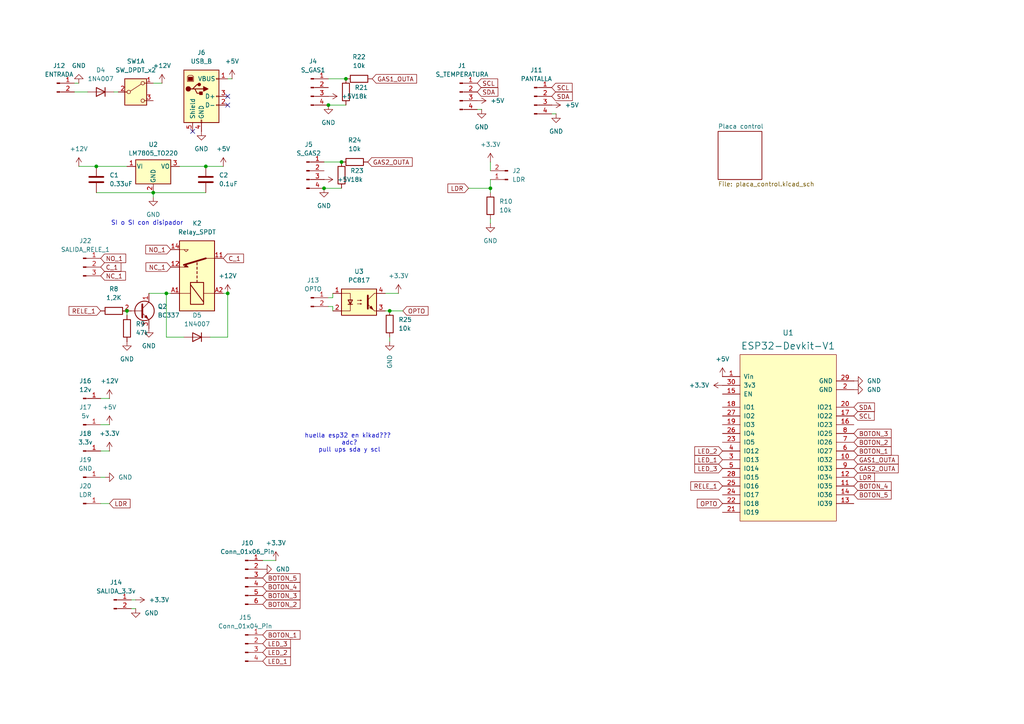
<source format=kicad_sch>
(kicad_sch (version 20250114) (generator "eeschema") (generator_version "9.0")
  (paper "A4")
  (lib_symbols
    (symbol "Connector:Conn_01x01_Pin" (pin_names (offset 1.016) (hide yes))
      (property "Reference" "J" (at 0 2.54 0))
      (property "Value" "Conn_01x01_Pin" (at 0 -2.54 0))
      (symbol "Conn_01x01_Pin_1_1"
        (rectangle (start 0.8636 0.127) (end 0 -0.127) (stroke (width 0.1524)) (fill (type outline)))
        (polyline (pts (xy 1.27 0) (xy 0.8636 0)) (stroke (width 0.1524)))
        (pin passive line (at 5.08 0 180) (length 3.81) (name "Pin_1") (number "1"))
      )
    )
    (symbol "Connector:Conn_01x02_Pin" (pin_names (offset 1.016) (hide yes))
      (property "Reference" "J" (at 0 2.54 0))
      (property "Value" "Conn_01x02_Pin" (at 0 -5.08 0))
      (symbol "Conn_01x02_Pin_1_1"
        (rectangle (start 0.8636 0.127) (end 0 -0.127) (stroke (width 0.1524)) (fill (type outline)))
        (rectangle (start 0.8636 -2.413) (end 0 -2.667) (stroke (width 0.1524)) (fill (type outline)))
        (polyline (pts (xy 1.27 0) (xy 0.8636 0)) (stroke (width 0.1524)))
        (polyline (pts (xy 1.27 -2.54) (xy 0.8636 -2.54)) (stroke (width 0.1524)))
        (pin passive line (at 5.08 0 180) (length 3.81) (name "Pin_1") (number "1"))
        (pin passive line (at 5.08 -2.54 180) (length 3.81) (name "Pin_2") (number "2"))
      )
    )
    (symbol "Connector:Conn_01x03_Pin" (pin_names (offset 1.016) (hide yes))
      (property "Reference" "J" (at 0 5.08 0))
      (property "Value" "Conn_01x03_Pin" (at 0 -5.08 0))
      (symbol "Conn_01x03_Pin_1_1"
        (rectangle (start 0.8636 2.667) (end 0 2.413) (stroke (width 0.1524)) (fill (type outline)))
        (rectangle (start 0.8636 0.127) (end 0 -0.127) (stroke (width 0.1524)) (fill (type outline)))
        (rectangle (start 0.8636 -2.413) (end 0 -2.667) (stroke (width 0.1524)) (fill (type outline)))
        (polyline (pts (xy 1.27 2.54) (xy 0.8636 2.54)) (stroke (width 0.1524)))
        (polyline (pts (xy 1.27 0) (xy 0.8636 0)) (stroke (width 0.1524)))
        (polyline (pts (xy 1.27 -2.54) (xy 0.8636 -2.54)) (stroke (width 0.1524)))
        (pin passive line (at 5.08 2.54 180) (length 3.81) (name "Pin_1") (number "1"))
        (pin passive line (at 5.08 0 180) (length 3.81) (name "Pin_2") (number "2"))
        (pin passive line (at 5.08 -2.54 180) (length 3.81) (name "Pin_3") (number "3"))
      )
    )
    (symbol "Connector:Conn_01x04_Pin" (pin_names (offset 1.016) (hide yes))
      (property "Reference" "J" (at 0 5.08 0))
      (property "Value" "Conn_01x04_Pin" (at 0 -7.62 0))
      (symbol "Conn_01x04_Pin_1_1"
        (rectangle (start 0.8636 2.667) (end 0 2.413) (stroke (width 0.1524)) (fill (type outline)))
        (rectangle (start 0.8636 0.127) (end 0 -0.127) (stroke (width 0.1524)) (fill (type outline)))
        (rectangle (start 0.8636 -2.413) (end 0 -2.667) (stroke (width 0.1524)) (fill (type outline)))
        (rectangle (start 0.8636 -4.953) (end 0 -5.207) (stroke (width 0.1524)) (fill (type outline)))
        (polyline (pts (xy 1.27 2.54) (xy 0.8636 2.54)) (stroke (width 0.1524)))
        (polyline (pts (xy 1.27 0) (xy 0.8636 0)) (stroke (width 0.1524)))
        (polyline (pts (xy 1.27 -2.54) (xy 0.8636 -2.54)) (stroke (width 0.1524)))
        (polyline (pts (xy 1.27 -5.08) (xy 0.8636 -5.08)) (stroke (width 0.1524)))
        (pin passive line (at 5.08 2.54 180) (length 3.81) (name "Pin_1") (number "1"))
        (pin passive line (at 5.08 0 180) (length 3.81) (name "Pin_2") (number "2"))
        (pin passive line (at 5.08 -2.54 180) (length 3.81) (name "Pin_3") (number "3"))
        (pin passive line (at 5.08 -5.08 180) (length 3.81) (name "Pin_4") (number "4"))
      )
    )
    (symbol "Connector:Conn_01x06_Pin" (pin_names (offset 1.016) (hide yes))
      (property "Reference" "J" (at 0 7.62 0))
      (property "Value" "Conn_01x06_Pin" (at 0 -10.16 0))
      (symbol "Conn_01x06_Pin_1_1"
        (rectangle (start 0.8636 5.207) (end 0 4.953) (stroke (width 0.1524)) (fill (type outline)))
        (rectangle (start 0.8636 2.667) (end 0 2.413) (stroke (width 0.1524)) (fill (type outline)))
        (rectangle (start 0.8636 0.127) (end 0 -0.127) (stroke (width 0.1524)) (fill (type outline)))
        (rectangle (start 0.8636 -2.413) (end 0 -2.667) (stroke (width 0.1524)) (fill (type outline)))
        (rectangle (start 0.8636 -4.953) (end 0 -5.207) (stroke (width 0.1524)) (fill (type outline)))
        (rectangle (start 0.8636 -7.493) (end 0 -7.747) (stroke (width 0.1524)) (fill (type outline)))
        (polyline (pts (xy 1.27 5.08) (xy 0.8636 5.08)) (stroke (width 0.1524)))
        (polyline (pts (xy 1.27 2.54) (xy 0.8636 2.54)) (stroke (width 0.1524)))
        (polyline (pts (xy 1.27 0) (xy 0.8636 0)) (stroke (width 0.1524)))
        (polyline (pts (xy 1.27 -2.54) (xy 0.8636 -2.54)) (stroke (width 0.1524)))
        (polyline (pts (xy 1.27 -5.08) (xy 0.8636 -5.08)) (stroke (width 0.1524)))
        (polyline (pts (xy 1.27 -7.62) (xy 0.8636 -7.62)) (stroke (width 0.1524)))
        (pin passive line (at 5.08 5.08 180) (length 3.81) (name "Pin_1") (number "1"))
        (pin passive line (at 5.08 2.54 180) (length 3.81) (name "Pin_2") (number "2"))
        (pin passive line (at 5.08 0 180) (length 3.81) (name "Pin_3") (number "3"))
        (pin passive line (at 5.08 -2.54 180) (length 3.81) (name "Pin_4") (number "4"))
        (pin passive line (at 5.08 -5.08 180) (length 3.81) (name "Pin_5") (number "5"))
        (pin passive line (at 5.08 -7.62 180) (length 3.81) (name "Pin_6") (number "6"))
      )
    )
    (symbol "Connector:USB_B" (pin_names (offset 1.016))
      (property "Reference" "J" (at -5.08 11.43 0))
      (property "Value" "USB_B" (at -5.08 8.89 0))
      (symbol "USB_B_0_1"
        (rectangle (start -5.08 -7.62) (end 5.08 7.62) (stroke (width 0.254)) (fill (type background)))
        (polyline (pts (xy -4.064 4.318) (xy -2.286 4.318) (xy -2.286 5.715) (xy -2.667 6.096) (xy -3.683 6.096) (xy -4.064 5.715) (xy -4.064 4.318)))
        (rectangle (start -3.81 5.588) (end -2.54 4.572) (fill (type outline)))
        (circle (center -3.81 2.159) (radius 0.635) (stroke (width 0.254)) (fill (type outline)))
        (polyline (pts (xy -3.175 2.159) (xy -2.54 2.159) (xy -1.27 3.429) (xy -0.635 3.429)) (stroke (width 0.254)))
        (polyline (pts (xy -2.54 2.159) (xy -1.905 2.159) (xy -1.27 0.889) (xy 0 0.889)) (stroke (width 0.254)))
        (polyline (pts (xy -1.905 2.159) (xy 0.635 2.159)) (stroke (width 0.254)))
        (circle (center -0.635 3.429) (radius 0.381) (stroke (width 0.254)) (fill (type outline)))
        (rectangle (start -0.127 -7.62) (end 0.127 -6.858))
        (rectangle (start 0.254 1.27) (end -0.508 0.508) (stroke (width 0.254)) (fill (type outline)))
        (polyline (pts (xy 0.635 2.794) (xy 0.635 1.524) (xy 1.905 2.159) (xy 0.635 2.794)) (stroke (width 0.254)) (fill (type outline)))
        (rectangle (start 5.08 4.953) (end 4.318 5.207))
        (rectangle (start 5.08 -0.127) (end 4.318 0.127))
        (rectangle (start 5.08 -2.667) (end 4.318 -2.413))
      )
      (symbol "USB_B_1_1"
        (pin passive line (at -2.54 -10.16 90) (length 2.54) (name "Shield") (number "5"))
        (pin power_out line (at 0 -10.16 90) (length 2.54) (name "GND") (number "4"))
        (pin power_out line (at 7.62 5.08 180) (length 2.54) (name "VBUS") (number "1"))
        (pin bidirectional line (at 7.62 0 180) (length 2.54) (name "D+") (number "3"))
        (pin bidirectional line (at 7.62 -2.54 180) (length 2.54) (name "D-") (number "2"))
      )
    )
    (symbol "Device:C" (pin_numbers (hide yes)) (pin_names (offset 0.254))
      (property "Reference" "C" (at 0.635 2.54 0))
      (property "Value" "C" (at 0.635 -2.54 0))
      (symbol "C_0_1"
        (polyline (pts (xy -2.032 0.762) (xy 2.032 0.762)) (stroke (width 0.508)))
        (polyline (pts (xy -2.032 -0.762) (xy 2.032 -0.762)) (stroke (width 0.508)))
      )
      (symbol "C_1_1"
        (pin passive line (at 0 3.81 270) (length 2.794) (name "~") (number "1"))
        (pin passive line (at 0 -3.81 90) (length 2.794) (name "~") (number "2"))
      )
    )
    (symbol "Device:R" (pin_numbers (hide yes)) (pin_names (offset 0))
      (property "Reference" "R" (at 2.032 0 90))
      (property "Value" "R" (at 0 0 90))
      (symbol "R_0_1"
        (rectangle (start -1.016 -2.54) (end 1.016 2.54) (stroke (width 0.254)))
      )
      (symbol "R_1_1"
        (pin passive line (at 0 3.81 270) (length 1.27) (name "~") (number "1"))
        (pin passive line (at 0 -3.81 90) (length 1.27) (name "~") (number "2"))
      )
    )
    (symbol "Diode:1N4007" (pin_numbers (hide yes)) (pin_names (hide yes))
      (property "Reference" "D" (at 0 2.54 0))
      (property "Value" "1N4007" (at 0 -2.54 0))
      (symbol "1N4007_0_1"
        (polyline (pts (xy -1.27 1.27) (xy -1.27 -1.27)) (stroke (width 0.254)))
        (polyline (pts (xy 1.27 1.27) (xy 1.27 -1.27) (xy -1.27 0) (xy 1.27 1.27)) (stroke (width 0.254)))
        (polyline (pts (xy 1.27 0) (xy -1.27 0)))
      )
      (symbol "1N4007_1_1"
        (pin passive line (at -3.81 0 0) (length 2.54) (name "K") (number "1"))
        (pin passive line (at 3.81 0 180) (length 2.54) (name "A") (number "2"))
      )
    )
    (symbol "Isolator:PC817" (pin_names (offset 1.016))
      (property "Reference" "U" (at -5.08 5.08 0))
      (property "Value" "PC817" (at 0 5.08 0))
      (symbol "PC817_0_1"
        (rectangle (start -5.08 3.81) (end 5.08 -3.81) (stroke (width 0.254)) (fill (type background)))
        (polyline (pts (xy -5.08 2.54) (xy -2.54 2.54) (xy -2.54 -0.635)))
        (polyline (pts (xy -3.175 -0.635) (xy -1.905 -0.635)) (stroke (width 0.254)))
        (polyline (pts (xy -2.54 -0.635) (xy -2.54 -2.54) (xy -5.08 -2.54)))
        (polyline (pts (xy -2.54 -0.635) (xy -3.175 0.635) (xy -1.905 0.635) (xy -2.54 -0.635)) (stroke (width 0.254)))
        (polyline (pts (xy -0.508 0.508) (xy 0.762 0.508) (xy 0.381 0.381) (xy 0.381 0.635) (xy 0.762 0.508)))
        (polyline (pts (xy -0.508 -0.508) (xy 0.762 -0.508) (xy 0.381 -0.635) (xy 0.381 -0.381) (xy 0.762 -0.508)))
        (polyline (pts (xy 2.54 1.905) (xy 2.54 -1.905) (xy 2.54 -1.905)) (stroke (width 0.508)))
        (polyline (pts (xy 2.54 0.635) (xy 4.445 2.54)))
        (polyline (pts (xy 3.048 -1.651) (xy 3.556 -1.143) (xy 4.064 -2.159) (xy 3.048 -1.651) (xy 3.048 -1.651)) (fill (type outline)))
        (polyline (pts (xy 4.445 2.54) (xy 5.08 2.54)))
        (polyline (pts (xy 4.445 -2.54) (xy 2.54 -0.635)) (fill (type outline)))
        (polyline (pts (xy 4.445 -2.54) (xy 5.08 -2.54)))
      )
      (symbol "PC817_1_1"
        (pin passive line (at -7.62 2.54 0) (length 2.54) (name "~") (number "1"))
        (pin passive line (at -7.62 -2.54 0) (length 2.54) (name "~") (number "2"))
        (pin passive line (at 7.62 2.54 180) (length 2.54) (name "~") (number "4"))
        (pin passive line (at 7.62 -2.54 180) (length 2.54) (name "~") (number "3"))
      )
    )
    (symbol "Regulator_Linear:LM7805_TO220" (pin_names (offset 0.254))
      (property "Reference" "U" (at -3.81 3.175 0))
      (property "Value" "LM7805_TO220" (at 0 3.175 0))
      (symbol "LM7805_TO220_0_1"
        (rectangle (start -5.08 1.905) (end 5.08 -5.08) (stroke (width 0.254)) (fill (type background)))
      )
      (symbol "LM7805_TO220_1_1"
        (pin power_in line (at -7.62 0 0) (length 2.54) (name "VI") (number "1"))
        (pin power_in line (at 0 -7.62 90) (length 2.54) (name "GND") (number "2"))
        (pin power_out line (at 7.62 0 180) (length 2.54) (name "VO") (number "3"))
      )
    )
    (symbol "Relay:Relay_SPDT"
      (property "Reference" "K" (at 11.43 3.81 0))
      (property "Value" "Relay_SPDT" (at 11.43 1.27 0))
      (symbol "Relay_SPDT_0_0"
        (polyline (pts (xy 7.62 5.08) (xy 7.62 2.54) (xy 6.985 3.175) (xy 7.62 3.81)))
      )
      (symbol "Relay_SPDT_0_1"
        (rectangle (start -10.16 5.08) (end 10.16 -5.08) (stroke (width 0.254)) (fill (type background)))
        (rectangle (start -8.255 1.905) (end -1.905 -1.905) (stroke (width 0.254)))
        (polyline (pts (xy -7.62 -1.905) (xy -2.54 1.905)) (stroke (width 0.254)))
        (polyline (pts (xy -5.08 5.08) (xy -5.08 1.905)))
        (polyline (pts (xy -5.08 -5.08) (xy -5.08 -1.905)))
        (polyline (pts (xy -1.905 0) (xy -1.27 0)) (stroke (width 0.254)))
        (polyline (pts (xy -0.635 0) (xy 0 0)) (stroke (width 0.254)))
        (polyline (pts (xy 0.635 0) (xy 1.27 0)) (stroke (width 0.254)))
        (polyline (pts (xy 1.905 0) (xy 2.54 0)) (stroke (width 0.254)))
        (polyline (pts (xy 2.54 5.08) (xy 2.54 2.54) (xy 3.175 3.175) (xy 2.54 3.81)) (fill (type outline)))
        (polyline (pts (xy 3.175 0) (xy 3.81 0)) (stroke (width 0.254)))
        (polyline (pts (xy 5.08 -2.54) (xy 3.175 3.81)) (stroke (width 0.508)))
        (polyline (pts (xy 5.08 -2.54) (xy 5.08 -5.08)))
      )
      (symbol "Relay_SPDT_1_1"
        (pin passive line (at -5.08 7.62 270) (length 2.54) (name "~") (number "A1"))
        (pin passive line (at -5.08 -7.62 90) (length 2.54) (name "~") (number "A2"))
        (pin passive line (at 2.54 7.62 270) (length 2.54) (name "~") (number "12"))
        (pin passive line (at 5.08 -7.62 90) (length 2.54) (name "~") (number "11"))
        (pin passive line (at 7.62 7.62 270) (length 2.54) (name "~") (number "14"))
      )
    )
    (symbol "Switch:SW_DPDT_x2" (pin_names (offset 0) (hide yes))
      (property "Reference" "SW" (at 0 5.08 0))
      (property "Value" "SW_DPDT_x2" (at 0 -5.08 0))
      (symbol "SW_DPDT_x2_0_0"
        (circle (center -2.032 0) (radius 0.508))
        (circle (center 2.032 -2.54) (radius 0.508))
      )
      (symbol "SW_DPDT_x2_0_1"
        (rectangle (start -3.175 3.81) (end 3.175 -3.81) (stroke (width 0.254)) (fill (type background)))
        (polyline (pts (xy -1.524 0.254) (xy 1.5748 2.286)))
        (circle (center 2.032 2.54) (radius 0.508))
      )
      (symbol "SW_DPDT_x2_1_1"
        (pin passive line (at -5.08 0 0) (length 2.54) (name "B") (number "2"))
        (pin passive line (at 5.08 2.54 180) (length 2.54) (name "A") (number "1"))
        (pin passive line (at 5.08 -2.54 180) (length 2.54) (name "C") (number "3"))
      )
      (symbol "SW_DPDT_x2_2_1"
        (pin passive line (at -5.08 0 0) (length 2.54) (name "B") (number "5"))
        (pin passive line (at 5.08 2.54 180) (length 2.54) (name "A") (number "4"))
        (pin passive line (at 5.08 -2.54 180) (length 2.54) (name "C") (number "6"))
      )
    )
    (symbol "Transistor_BJT:BC337" (pin_names (offset 0) (hide yes))
      (property "Reference" "Q" (at 5.08 1.905 0))
      (property "Value" "BC337" (at 5.08 0 0))
      (symbol "BC337_0_1"
        (polyline (pts (xy -2.54 0) (xy 0.635 0)))
        (polyline (pts (xy 0.635 1.905) (xy 0.635 -1.905)) (stroke (width 0.508)))
        (circle (center 1.27 0) (radius 2.8194) (stroke (width 0.254)))
      )
      (symbol "BC337_1_1"
        (polyline (pts (xy 0.635 0.635) (xy 2.54 2.54)))
        (polyline (pts (xy 0.635 -0.635) (xy 2.54 -2.54)))
        (polyline (pts (xy 1.27 -1.778) (xy 1.778 -1.27) (xy 2.286 -2.286) (xy 1.27 -1.778)) (fill (type outline)))
        (pin input line (at -5.08 0 0) (length 2.54) (name "B") (number "2"))
        (pin passive line (at 2.54 5.08 270) (length 2.54) (name "C") (number "1"))
        (pin passive line (at 2.54 -5.08 90) (length 2.54) (name "E") (number "3"))
      )
    )
    (symbol "esp32-devkit-v1:ESP32-Devkit-V1" (pin_names (offset 1.016))
      (property "Reference" "U" (at 13.97 -21.59 0))
      (property "Value" "ESP32-Devkit-V1" (at 13.97 -2.54 0))
      (symbol "ESP32-Devkit-V1_0_1"
        (rectangle (start 0 0) (end 27.94 -48.26) (fill (type background)))
      )
      (symbol "ESP32-Devkit-V1_1_1"
        (pin power_in line (at -5.08 -6.35 0) (length 5.08) (name "Vin") (number "1"))
        (pin power_out line (at -5.08 -8.89 0) (length 5.08) (name "3v3") (number "30"))
        (pin input line (at -5.08 -11.43 0) (length 5.08) (name "EN") (number "15"))
        (pin bidirectional line (at -5.08 -15.24 0) (length 5.08) (name "IO1") (number "18"))
        (pin bidirectional line (at -5.08 -17.78 0) (length 5.08) (name "IO2") (number "27"))
        (pin bidirectional line (at -5.08 -20.32 0) (length 5.08) (name "IO3") (number "19"))
        (pin bidirectional line (at -5.08 -22.86 0) (length 5.08) (name "IO4") (number "26"))
        (pin bidirectional line (at -5.08 -25.4 0) (length 5.08) (name "IO5") (number "23"))
        (pin bidirectional line (at -5.08 -27.94 0) (length 5.08) (name "IO12") (number "4"))
        (pin bidirectional line (at -5.08 -30.48 0) (length 5.08) (name "IO13") (number "3"))
        (pin bidirectional line (at -5.08 -33.02 0) (length 5.08) (name "IO14") (number "5"))
        (pin bidirectional line (at -5.08 -35.56 0) (length 5.08) (name "IO15") (number "28"))
        (pin bidirectional line (at -5.08 -38.1 0) (length 5.08) (name "IO16") (number "25"))
        (pin bidirectional line (at -5.08 -40.64 0) (length 5.08) (name "IO17") (number "24"))
        (pin bidirectional line (at -5.08 -43.18 0) (length 5.08) (name "IO18") (number "22"))
        (pin bidirectional line (at -5.08 -45.72 0) (length 5.08) (name "IO19") (number "21"))
        (pin power_out line (at 33.02 -7.62 180) (length 5.08) (name "GND") (number "29"))
        (pin power_out line (at 33.02 -10.16 180) (length 5.08) (name "GND") (number "2"))
        (pin bidirectional line (at 33.02 -15.24 180) (length 5.08) (name "IO21") (number "20"))
        (pin bidirectional line (at 33.02 -17.78 180) (length 5.08) (name "IO22") (number "17"))
        (pin bidirectional line (at 33.02 -20.32 180) (length 5.08) (name "IO23") (number "16"))
        (pin bidirectional line (at 33.02 -22.86 180) (length 5.08) (name "IO25") (number "8"))
        (pin bidirectional line (at 33.02 -25.4 180) (length 5.08) (name "IO26") (number "7"))
        (pin bidirectional line (at 33.02 -27.94 180) (length 5.08) (name "IO27") (number "6"))
        (pin bidirectional line (at 33.02 -30.48 180) (length 5.08) (name "IO32") (number "10"))
        (pin bidirectional line (at 33.02 -33.02 180) (length 5.08) (name "IO33") (number "9"))
        (pin bidirectional line (at 33.02 -35.56 180) (length 5.08) (name "IO34") (number "12"))
        (pin bidirectional line (at 33.02 -38.1 180) (length 5.08) (name "IO35") (number "11"))
        (pin bidirectional line (at 33.02 -40.64 180) (length 5.08) (name "IO36") (number "14"))
        (pin bidirectional line (at 33.02 -43.18 180) (length 5.08) (name "IO39") (number "13"))
      )
    )
    (symbol "power:+12V" (power) (pin_numbers (hide yes)) (pin_names (offset 0) (hide yes))
      (property "Value" "+12V" (at 0 3.556 0))
      (symbol "+12V_0_1"
        (polyline (pts (xy -0.762 1.27) (xy 0 2.54)))
        (polyline (pts (xy 0 2.54) (xy 0.762 1.27)))
        (polyline (pts (xy 0 0) (xy 0 2.54)))
      )
      (symbol "+12V_1_1"
        (pin power_in line (at 0 0 90) (length 0) (name "~") (number "1"))
      )
    )
    (symbol "power:+3.3V" (power) (pin_numbers (hide yes)) (pin_names (offset 0) (hide yes))
      (property "Value" "+3.3V" (at 0 3.556 0))
      (symbol "+3.3V_0_1"
        (polyline (pts (xy -0.762 1.27) (xy 0 2.54)))
        (polyline (pts (xy 0 2.54) (xy 0.762 1.27)))
        (polyline (pts (xy 0 0) (xy 0 2.54)))
      )
      (symbol "+3.3V_1_1"
        (pin power_in line (at 0 0 90) (length 0) (name "~") (number "1"))
      )
    )
    (symbol "power:+5V" (power) (pin_numbers (hide yes)) (pin_names (offset 0) (hide yes))
      (property "Value" "+5V" (at 0 3.556 0))
      (symbol "+5V_0_1"
        (polyline (pts (xy -0.762 1.27) (xy 0 2.54)))
        (polyline (pts (xy 0 2.54) (xy 0.762 1.27)))
        (polyline (pts (xy 0 0) (xy 0 2.54)))
      )
      (symbol "+5V_1_1"
        (pin power_in line (at 0 0 90) (length 0) (name "~") (number "1"))
      )
    )
    (symbol "power:GND" (power) (pin_numbers (hide yes)) (pin_names (offset 0) (hide yes))
      (property "Value" "GND" (at 0 -3.81 0))
      (symbol "GND_0_1"
        (polyline (pts (xy 0 0) (xy 0 -1.27) (xy 1.27 -1.27) (xy 0 -2.54) (xy -1.27 -1.27) (xy 0 -1.27)))
      )
      (symbol "GND_1_1"
        (pin power_in line (at 0 0 270) (length 0) (name "~") (number "1"))
      )
    )
  )
  (text "huella esp32 en kikad??? \nadc?\npull ups sda y scl\n" (at 101.346 128.524 0) (effects (font (size 1.27 1.27))))
  (text "SI o SI con disipador\n" (at 42.672 64.77 0) (effects (font (size 1.27 1.27))))
  (junction (at 27.94 48.26))
  (junction (at 113.03 90.17))
  (junction (at 66.04 85.09))
  (junction (at 99.06 46.99))
  (junction (at 93.98 54.61))
  (junction (at 36.83 90.17))
  (junction (at 95.25 30.48))
  (junction (at 44.45 55.88))
  (junction (at 100.33 22.86))
  (junction (at 142.24 54.61))
  (junction (at 59.69 48.26))
  (junction (at 48.26 85.09))
  (no_connect (at 66.04 27.94))
  (no_connect (at 66.04 30.48))
  (no_connect (at 55.88 38.1))
  (wire (pts (xy 139.7 31.75) (xy 138.43 31.75)))
  (wire (pts (xy 39.37 176.53) (xy 38.1 176.53)))
  (wire (pts (xy 96.52 86.36) (xy 96.52 85.09)))
  (wire (pts (xy 59.69 48.26) (xy 52.07 48.26)))
  (wire (pts (xy 21.59 26.67) (xy 25.4 26.67)))
  (wire (pts (xy 96.52 88.9) (xy 96.52 90.17)))
  (wire (pts (xy 43.18 85.09) (xy 48.26 85.09)))
  (wire (pts (xy 95.25 30.48) (xy 100.33 30.48)))
  (wire (pts (xy 66.04 85.09) (xy 66.04 97.79)))
  (wire (pts (xy 67.31 22.86) (xy 66.04 22.86)))
  (wire (pts (xy 113.03 90.17) (xy 116.84 90.17)))
  (wire (pts (xy 27.94 55.88) (xy 44.45 55.88)))
  (wire (pts (xy 95.25 88.9) (xy 96.52 88.9)))
  (wire (pts (xy 135.89 54.61) (xy 142.24 54.61)))
  (wire (pts (xy 22.86 48.26) (xy 27.94 48.26)))
  (wire (pts (xy 44.45 57.15) (xy 44.45 55.88)))
  (wire (pts (xy 142.24 54.61) (xy 142.24 55.88)))
  (wire (pts (xy 35.56 90.17) (xy 36.83 90.17)))
  (wire (pts (xy 64.77 48.26) (xy 59.69 48.26)))
  (wire (pts (xy 142.24 64.77) (xy 142.24 63.5)))
  (wire (pts (xy 34.29 26.67) (xy 33.02 26.67)))
  (wire (pts (xy 48.26 97.79) (xy 48.26 85.09)))
  (wire (pts (xy 53.34 97.79) (xy 48.26 97.79)))
  (wire (pts (xy 111.76 90.17) (xy 113.03 90.17)))
  (wire (pts (xy 27.94 48.26) (xy 36.83 48.26)))
  (wire (pts (xy 46.99 24.13) (xy 44.45 24.13)))
  (wire (pts (xy 95.25 22.86) (xy 100.33 22.86)))
  (wire (pts (xy 22.86 24.13) (xy 21.59 24.13)))
  (wire (pts (xy 44.45 55.88) (xy 59.69 55.88)))
  (wire (pts (xy 142.24 46.99) (xy 142.24 49.53)))
  (wire (pts (xy 161.29 33.02) (xy 160.02 33.02)))
  (wire (pts (xy 39.37 173.99) (xy 38.1 173.99)))
  (wire (pts (xy 93.98 54.61) (xy 99.06 54.61)))
  (wire (pts (xy 36.83 91.44) (xy 36.83 90.17)))
  (wire (pts (xy 115.57 85.09) (xy 111.76 85.09)))
  (wire (pts (xy 76.2 162.56) (xy 80.01 162.56)))
  (wire (pts (xy 95.25 86.36) (xy 96.52 86.36)))
  (wire (pts (xy 66.04 97.79) (xy 60.96 97.79)))
  (wire (pts (xy 93.98 46.99) (xy 99.06 46.99)))
  (wire (pts (xy 30.48 138.43) (xy 29.21 138.43)))
  (wire (pts (xy 31.75 146.05) (xy 29.21 146.05)))
  (wire (pts (xy 113.03 97.79) (xy 113.03 99.06)))
  (wire (pts (xy 66.04 85.09) (xy 64.77 85.09)))
  (wire (pts (xy 31.75 123.19) (xy 29.21 123.19)))
  (wire (pts (xy 31.75 130.81) (xy 29.21 130.81)))
  (wire (pts (xy 31.75 115.57) (xy 29.21 115.57)))
  (wire (pts (xy 48.26 85.09) (xy 49.53 85.09)))
  (wire (pts (xy 142.24 52.07) (xy 142.24 54.61)))
  (global_label "SCL" (shape input) (at 247.65 120.65 0) (property "Intersheetrefs" "${INTERSHEET_REFS}" (effects (hide yes))))
  (global_label "BOTON_5" (shape input) (at 76.2 167.64 0) (property "Intersheetrefs" "${INTERSHEET_REFS}" (effects (hide yes))))
  (global_label "BOTON_3" (shape input) (at 247.65 125.73 0) (property "Intersheetrefs" "${INTERSHEET_REFS}" (effects (hide yes))))
  (global_label "OPTO" (shape input) (at 116.84 90.17 0) (property "Intersheetrefs" "${INTERSHEET_REFS}" (effects (hide yes))))
  (global_label "SCL" (shape input) (at 160.02 25.4 0) (property "Intersheetrefs" "${INTERSHEET_REFS}" (effects (hide yes))))
  (global_label "NC_1" (shape input) (at 49.53 77.47 180) (property "Intersheetrefs" "${INTERSHEET_REFS}" (effects (hide yes))))
  (global_label "SDA" (shape input) (at 160.02 27.94 0) (property "Intersheetrefs" "${INTERSHEET_REFS}" (effects (hide yes))))
  (global_label "NO_1" (shape input) (at 49.53 72.39 180) (property "Intersheetrefs" "${INTERSHEET_REFS}" (effects (hide yes))))
  (global_label "LDR" (shape input) (at 247.65 138.43 0) (property "Intersheetrefs" "${INTERSHEET_REFS}" (effects (hide yes))))
  (global_label "LED_1" (shape input) (at 209.55 133.35 180) (property "Intersheetrefs" "${INTERSHEET_REFS}" (effects (hide yes))))
  (global_label "GAS2_OUTA" (shape input) (at 106.68 46.99 0) (property "Intersheetrefs" "${INTERSHEET_REFS}" (effects (hide yes))))
  (global_label "C_1" (shape input) (at 64.77 74.93 0) (property "Intersheetrefs" "${INTERSHEET_REFS}" (effects (hide yes))))
  (global_label "BOTON_3" (shape input) (at 76.2 172.72 0) (property "Intersheetrefs" "${INTERSHEET_REFS}" (effects (hide yes))))
  (global_label "SDA" (shape input) (at 138.43 26.67 0) (property "Intersheetrefs" "${INTERSHEET_REFS}" (effects (hide yes))))
  (global_label "BOTON_2" (shape input) (at 76.2 175.26 0) (property "Intersheetrefs" "${INTERSHEET_REFS}" (effects (hide yes))))
  (global_label "GAS1_OUTA" (shape input) (at 107.95 22.86 0) (property "Intersheetrefs" "${INTERSHEET_REFS}" (effects (hide yes))))
  (global_label "BOTON_1" (shape input) (at 247.65 130.81 0) (property "Intersheetrefs" "${INTERSHEET_REFS}" (effects (hide yes))))
  (global_label "LED_1" (shape input) (at 76.2 191.77 0) (property "Intersheetrefs" "${INTERSHEET_REFS}" (effects (hide yes))))
  (global_label "BOTON_2" (shape input) (at 247.65 128.27 0) (property "Intersheetrefs" "${INTERSHEET_REFS}" (effects (hide yes))))
  (global_label "C_1" (shape input) (at 29.21 77.47 0) (property "Intersheetrefs" "${INTERSHEET_REFS}" (effects (hide yes))))
  (global_label "LED_2" (shape input) (at 209.55 130.81 180) (property "Intersheetrefs" "${INTERSHEET_REFS}" (effects (hide yes))))
  (global_label "LED_2" (shape input) (at 76.2 189.23 0) (property "Intersheetrefs" "${INTERSHEET_REFS}" (effects (hide yes))))
  (global_label "LED_3" (shape input) (at 209.55 135.89 180) (property "Intersheetrefs" "${INTERSHEET_REFS}" (effects (hide yes))))
  (global_label "BOTON_4" (shape input) (at 247.65 140.97 0) (property "Intersheetrefs" "${INTERSHEET_REFS}" (effects (hide yes))))
  (global_label "GAS1_OUTA" (shape input) (at 247.65 133.35 0) (property "Intersheetrefs" "${INTERSHEET_REFS}" (effects (hide yes))))
  (global_label "SDA" (shape input) (at 247.65 118.11 0) (property "Intersheetrefs" "${INTERSHEET_REFS}" (effects (hide yes))))
  (global_label "NO_1" (shape input) (at 29.21 74.93 0) (property "Intersheetrefs" "${INTERSHEET_REFS}" (effects (hide yes))))
  (global_label "LED_3" (shape input) (at 76.2 186.69 0) (property "Intersheetrefs" "${INTERSHEET_REFS}" (effects (hide yes))))
  (global_label "BOTON_4" (shape input) (at 76.2 170.18 0) (property "Intersheetrefs" "${INTERSHEET_REFS}" (effects (hide yes))))
  (global_label "OPTO" (shape input) (at 209.55 146.05 180) (property "Intersheetrefs" "${INTERSHEET_REFS}" (effects (hide yes))))
  (global_label "LDR" (shape input) (at 135.89 54.61 180) (property "Intersheetrefs" "${INTERSHEET_REFS}" (effects (hide yes))))
  (global_label "SCL" (shape input) (at 138.43 24.13 0) (property "Intersheetrefs" "${INTERSHEET_REFS}" (effects (hide yes))))
  (global_label "BOTON_5" (shape input) (at 247.65 143.51 0) (property "Intersheetrefs" "${INTERSHEET_REFS}" (effects (hide yes))))
  (global_label "GAS2_OUTA" (shape input) (at 247.65 135.89 0) (property "Intersheetrefs" "${INTERSHEET_REFS}" (effects (hide yes))))
  (global_label "BOTON_1" (shape input) (at 76.2 184.15 0) (property "Intersheetrefs" "${INTERSHEET_REFS}" (effects (hide yes))))
  (global_label "RELE_1" (shape input) (at 209.55 140.97 180) (property "Intersheetrefs" "${INTERSHEET_REFS}" (effects (hide yes))))
  (global_label "NC_1" (shape input) (at 29.21 80.01 0) (property "Intersheetrefs" "${INTERSHEET_REFS}" (effects (hide yes))))
  (global_label "LDR" (shape input) (at 31.75 146.05 0) (property "Intersheetrefs" "${INTERSHEET_REFS}" (effects (hide yes))))
  (global_label "RELE_1" (shape input) (at 29.21 90.17 180) (property "Intersheetrefs" "${INTERSHEET_REFS}" (effects (hide yes))))
  (symbol (lib_id "power:+5V") (at 138.43 29.21 270) (unit 1)
    (property "Reference" "#PWR061" (effects (hide yes)))
    (property "Value" "+5V" (at 142.24 29.2099 90) (effects (justify left)))
    (property "Description" "Power symbol creates a global label with name \"+5V\"" (effects (hide yes)))
  )
  (symbol (lib_id "Connector:Conn_01x03_Pin") (at 24.13 77.47 0) (unit 1)
    (property "Reference" "J22" (at 24.765 69.85 0))
    (property "Value" "SALIDA_RELE_1" (at 24.765 72.39 0))
    (property "Footprint" "TerminalBlock:TerminalBlock_MaiXu_MX126-5.0-03P_1x03_P5.00mm" (effects (hide yes)))
    (property "Description" "Generic connector, single row, 01x03, script generated" (effects (hide yes)))
  )
  (symbol (lib_id "power:+5V") (at 95.25 27.94 270) (unit 1)
    (property "Reference" "#PWR037" (effects (hide yes)))
    (property "Value" "+5V" (at 99.06 27.9399 90) (effects (justify left)))
    (property "Description" "Power symbol creates a global label with name \"+5V\"" (effects (hide yes)))
  )
  (symbol (lib_id "Connector:Conn_01x04_Pin") (at 88.9 49.53 0) (unit 1)
    (property "Reference" "J5" (at 89.535 41.91 0))
    (property "Value" "S_GAS2" (at 89.535 44.45 0))
    (property "Footprint" "Connector_Molex:Molex_KK-254_AE-6410-04A_1x04_P2.54mm_Vertical" (effects (hide yes)))
    (property "Description" "Generic connector, single row, 01x04, script generated" (effects (hide yes)))
  )
  (symbol (lib_id "power:GND") (at 93.98 54.61 0) (unit 1)
    (property "Reference" "#PWR060" (effects (hide yes)))
    (property "Value" "GND" (at 93.98 59.69 0))
    (property "Description" "Power symbol creates a global label with name \"GND\" , ground" (effects (hide yes)))
  )
  (symbol (lib_id "power:GND") (at 161.29 33.02 0) (unit 1)
    (property "Reference" "#PWR020" (effects (hide yes)))
    (property "Value" "GND" (at 161.29 38.1 0))
    (property "Description" "Power symbol creates a global label with name \"GND\" , ground" (effects (hide yes)))
  )
  (symbol (lib_id "Device:C") (at 27.94 52.07 0) (unit 1)
    (property "Reference" "C1" (at 31.75 50.7999 0) (effects (justify left)))
    (property "Value" "0.33uF" (at 31.75 53.3399 0) (effects (justify left)))
    (property "Footprint" "Capacitor_THT:C_Disc_D3.8mm_W2.6mm_P2.50mm" (effects (hide yes)))
    (property "Description" "Unpolarized capacitor" (effects (hide yes)))
  )
  (symbol (lib_id "Connector:Conn_01x02_Pin") (at 147.32 52.07 180) (unit 1)
    (property "Reference" "J2" (at 148.59 49.5299 0) (effects (justify right)))
    (property "Value" "LDR" (at 148.59 52.0699 0) (effects (justify right)))
    (property "Footprint" "Connector_Molex:Molex_KK-254_AE-6410-02A_1x02_P2.54mm_Vertical" (effects (hide yes)))
    (property "Description" "Generic connector, single row, 01x02, script generated" (effects (hide yes)))
  )
  (symbol (lib_id "Device:R") (at 99.06 50.8 0) (unit 1)
    (property "Reference" "R23" (at 101.6 49.5299 0) (effects (justify left)))
    (property "Value" "18k" (at 101.6 52.0699 0) (effects (justify left)))
    (property "Footprint" "Resistor_THT:R_Axial_DIN0207_L6.3mm_D2.5mm_P7.62mm_Horizontal" (effects (hide yes)))
    (property "Description" "Resistor" (effects (hide yes)))
  )
  (symbol (lib_id "power:+5V") (at 160.02 30.48 270) (unit 1)
    (property "Reference" "#PWR052" (effects (hide yes)))
    (property "Value" "+5V" (at 163.83 30.4799 90) (effects (justify left)))
    (property "Description" "Power symbol creates a global label with name \"+5V\"" (effects (hide yes)))
  )
  (symbol (lib_id "Connector:Conn_01x04_Pin") (at 133.35 26.67 0) (unit 1)
    (property "Reference" "J1" (at 133.985 19.05 0))
    (property "Value" "S_TEMPERATURA" (at 133.985 21.59 0))
    (property "Footprint" "Connector_Molex:Molex_KK-254_AE-6410-04A_1x04_P2.54mm_Vertical" (effects (hide yes)))
    (property "Description" "Generic connector, single row, 01x04, script generated" (effects (hide yes)))
  )
  (symbol (lib_id "Device:R") (at 113.03 93.98 0) (unit 1)
    (property "Reference" "R25" (at 115.57 92.7099 0) (effects (justify left)))
    (property "Value" "10k" (at 115.57 95.2499 0) (effects (justify left)))
    (property "Footprint" "Resistor_THT:R_Axial_DIN0207_L6.3mm_D2.5mm_P7.62mm_Horizontal" (effects (hide yes)))
    (property "Description" "Resistor" (effects (hide yes)))
  )
  (symbol (lib_id "Device:C") (at 59.69 52.07 0) (unit 1)
    (property "Reference" "C2" (at 63.5 50.7999 0) (effects (justify left)))
    (property "Value" "0.1uF" (at 63.5 53.3399 0) (effects (justify left)))
    (property "Footprint" "Capacitor_THT:C_Disc_D3.8mm_W2.6mm_P2.50mm" (effects (hide yes)))
    (property "Description" "Unpolarized capacitor" (effects (hide yes)))
  )
  (symbol (lib_id "power:GND") (at 247.65 113.03 90) (unit 1)
    (property "Reference" "#PWR053" (effects (hide yes)))
    (property "Value" "GND" (at 251.46 113.0299 90) (effects (justify right)))
    (property "Description" "Power symbol creates a global label with name \"GND\" , ground" (effects (hide yes)))
  )
  (symbol (lib_id "power:+5V") (at 93.98 52.07 270) (unit 1)
    (property "Reference" "#PWR057" (effects (hide yes)))
    (property "Value" "+5V" (at 97.79 52.0699 90) (effects (justify left)))
    (property "Description" "Power symbol creates a global label with name \"+5V\"" (effects (hide yes)))
  )
  (symbol (lib_id "power:+5V") (at 64.77 48.26 0) (unit 1)
    (property "Reference" "#PWR018" (effects (hide yes)))
    (property "Value" "+5V" (at 64.77 43.18 0))
    (property "Description" "Power symbol creates a global label with name \"+5V\"" (effects (hide yes)))
  )
  (symbol (lib_id "Device:R") (at 102.87 46.99 90) (unit 1)
    (property "Reference" "R24" (at 102.87 40.64 90))
    (property "Value" "10k" (at 102.87 43.18 90))
    (property "Footprint" "Resistor_THT:R_Axial_DIN0207_L6.3mm_D2.5mm_P7.62mm_Horizontal" (effects (hide yes)))
    (property "Description" "Resistor" (effects (hide yes)))
  )
  (symbol (lib_id "Connector:Conn_01x04_Pin") (at 90.17 25.4 0) (unit 1)
    (property "Reference" "J4" (at 90.805 17.78 0))
    (property "Value" "S_GAS1" (at 90.805 20.32 0))
    (property "Footprint" "Connector_Molex:Molex_KK-254_AE-6410-04A_1x04_P2.54mm_Vertical" (effects (hide yes)))
    (property "Description" "Generic connector, single row, 01x04, script generated" (effects (hide yes)))
  )
  (symbol (lib_id "Connector:Conn_01x01_Pin") (at 24.13 115.57 0) (unit 1)
    (property "Reference" "J16" (at 24.765 110.49 0))
    (property "Value" "12v" (at 24.765 113.03 0))
    (property "Footprint" "Connector_PinHeader_2.54mm:PinHeader_1x01_P2.54mm_Vertical" (effects (hide yes)))
    (property "Description" "Generic connector, single row, 01x01, script generated" (effects (hide yes)))
  )
  (symbol (lib_id "power:+3.3V") (at 39.37 173.99 270) (unit 1)
    (property "Reference" "#PWR048" (effects (hide yes)))
    (property "Value" "+3.3V" (at 43.18 173.9899 90) (effects (justify left)))
    (property "Description" "Power symbol creates a global label with name \"+3.3V\"" (effects (hide yes)))
  )
  (symbol (lib_id "power:+3.3V") (at 31.75 130.81 0) (unit 1)
    (property "Reference" "#PWR027" (effects (hide yes)))
    (property "Value" "+3.3V" (at 31.75 125.73 0))
    (property "Description" "Power symbol creates a global label with name \"+3.3V\"" (effects (hide yes)))
  )
  (symbol (lib_id "power:+3.3V") (at 80.01 162.56 0) (unit 1)
    (property "Reference" "#PWR059" (effects (hide yes)))
    (property "Value" "+3.3V" (at 80.01 157.48 0))
    (property "Description" "Power symbol creates a global label with name \"+3.3V\"" (effects (hide yes)))
  )
  (symbol (lib_id "Connector:Conn_01x01_Pin") (at 24.13 138.43 0) (unit 1)
    (property "Reference" "J19" (at 24.765 133.35 0))
    (property "Value" "GND" (at 24.765 135.89 0))
    (property "Footprint" "Connector_PinHeader_2.54mm:PinHeader_1x01_P2.54mm_Vertical" (effects (hide yes)))
    (property "Description" "Generic connector, single row, 01x01, script generated" (effects (hide yes)))
  )
  (symbol (lib_id "Device:R") (at 33.02 90.17 90) (unit 1)
    (property "Reference" "R8" (at 33.02 83.82 90))
    (property "Value" "1,2K" (at 33.02 86.36 90))
    (property "Footprint" "Resistor_THT:R_Axial_DIN0207_L6.3mm_D2.5mm_P7.62mm_Horizontal" (effects (hide yes)))
    (property "Description" "Resistor" (effects (hide yes)))
  )
  (symbol (lib_id "Connector:Conn_01x06_Pin") (at 71.12 167.64 0) (unit 1)
    (property "Reference" "J10" (at 71.755 157.48 0))
    (property "Value" "Conn_01x06_Pin" (at 71.755 160.02 0))
    (property "Footprint" "Connector_Molex:Molex_KK-254_AE-6410-06A_1x06_P2.54mm_Vertical" (effects (hide yes)))
    (property "Description" "Generic connector, single row, 01x06, script generated" (effects (hide yes)))
  )
  (symbol (lib_id "Connector:Conn_01x01_Pin") (at 24.13 123.19 0) (unit 1)
    (property "Reference" "J17" (at 24.765 118.11 0))
    (property "Value" "5v" (at 24.765 120.65 0))
    (property "Footprint" "Connector_PinHeader_2.54mm:PinHeader_1x01_P2.54mm_Vertical" (effects (hide yes)))
    (property "Description" "Generic connector, single row, 01x01, script generated" (effects (hide yes)))
  )
  (symbol (lib_id "Connector:Conn_01x02_Pin") (at 90.17 86.36 0) (unit 1)
    (property "Reference" "J13" (at 90.805 81.28 0))
    (property "Value" "OPTO" (at 90.805 83.82 0))
    (property "Footprint" "TerminalBlock:TerminalBlock_MaiXu_MX126-5.0-02P_1x02_P5.00mm" (effects (hide yes)))
    (property "Description" "Generic connector, single row, 01x02, script generated" (effects (hide yes)))
  )
  (symbol (lib_id "power:+12V") (at 31.75 115.57 0) (unit 1)
    (property "Reference" "#PWR024" (effects (hide yes)))
    (property "Value" "+12V" (at 31.75 110.49 0))
    (property "Description" "Power symbol creates a global label with name \"+12V\"" (effects (hide yes)))
  )
  (symbol (lib_id "power:GND") (at 30.48 138.43 90) (unit 1)
    (property "Reference" "#PWR026" (effects (hide yes)))
    (property "Value" "GND" (at 34.29 138.4299 90) (effects (justify right)))
    (property "Description" "Power symbol creates a global label with name \"GND\" , ground" (effects (hide yes)))
  )
  (symbol (lib_id "Switch:SW_DPDT_x2") (at 39.37 26.67 0) (unit 1)
    (property "Reference" "SW1" (at 39.37 17.78 0))
    (property "Value" "SW_DPDT_x2" (at 39.37 20.32 0))
    (property "Footprint" "Connector_PinHeader_2.54mm:PinHeader_1x02_P2.54mm_Vertical" (effects (hide yes)))
    (property "Description" "Switch, dual pole double throw, separate symbols" (effects (hide yes)))
  )
  (symbol (lib_id "power:+12V") (at 66.04 85.09 0) (unit 1)
    (property "Reference" "#PWR031" (effects (hide yes)))
    (property "Value" "+12V" (at 66.04 80.01 0))
    (property "Description" "Power symbol creates a global label with name \"+12V\"" (effects (hide yes)))
  )
  (symbol (lib_id "Device:R") (at 142.24 59.69 0) (unit 1)
    (property "Reference" "R10" (at 144.78 58.4199 0) (effects (justify left)))
    (property "Value" "10k" (at 144.78 60.9599 0) (effects (justify left)))
    (property "Footprint" "Resistor_THT:R_Axial_DIN0207_L6.3mm_D2.5mm_P7.62mm_Horizontal" (effects (hide yes)))
    (property "Description" "Resistor" (effects (hide yes)))
  )
  (symbol (lib_id "power:+3.3V") (at 142.24 46.99 0) (unit 1)
    (property "Reference" "#PWR013" (effects (hide yes)))
    (property "Value" "+3.3V" (at 142.24 41.91 0))
    (property "Description" "Power symbol creates a global label with name \"+3.3V\"" (effects (hide yes)))
  )
  (symbol (lib_id "Device:R") (at 100.33 26.67 0) (unit 1)
    (property "Reference" "R21" (at 102.87 25.3999 0) (effects (justify left)))
    (property "Value" "18k" (at 102.87 27.9399 0) (effects (justify left)))
    (property "Footprint" "Resistor_THT:R_Axial_DIN0207_L6.3mm_D2.5mm_P7.62mm_Horizontal" (effects (hide yes)))
    (property "Description" "Resistor" (effects (hide yes)))
  )
  (symbol (lib_id "power:+3.3V") (at 115.57 85.09 0) (unit 1)
    (property "Reference" "#PWR016" (effects (hide yes)))
    (property "Value" "+3.3V" (at 115.57 80.01 0))
    (property "Description" "Power symbol creates a global label with name \"+3.3V\"" (effects (hide yes)))
  )
  (symbol (lib_id "Device:R") (at 36.83 95.25 180) (unit 1)
    (property "Reference" "R9" (at 39.37 93.9799 0) (effects (justify right)))
    (property "Value" "47k" (at 39.37 96.5199 0) (effects (justify right)))
    (property "Footprint" "Resistor_THT:R_Axial_DIN0207_L6.3mm_D2.5mm_P7.62mm_Horizontal" (effects (hide yes)))
    (property "Description" "Resistor" (effects (hide yes)))
  )
  (symbol (lib_id "power:GND") (at 22.86 24.13 180) (unit 1)
    (property "Reference" "#PWR010" (effects (hide yes)))
    (property "Value" "GND" (at 22.86 19.05 0))
    (property "Description" "Power symbol creates a global label with name \"GND\" , ground" (effects (hide yes)))
  )
  (symbol (lib_id "Connector:Conn_01x04_Pin") (at 71.12 186.69 0) (unit 1)
    (property "Reference" "J15" (at 71.12 179.07 0))
    (property "Value" "Conn_01x04_Pin" (at 71.12 181.61 0))
    (property "Footprint" "Connector_Molex:Molex_KK-254_AE-6410-04A_1x04_P2.54mm_Vertical" (effects (hide yes)))
    (property "Description" "Generic connector, single row, 01x04, script generated" (effects (hide yes)))
  )
  (symbol (lib_id "power:GND") (at 36.83 99.06 0) (unit 1)
    (property "Reference" "#PWR032" (effects (hide yes)))
    (property "Value" "GND" (at 36.83 104.14 0))
    (property "Description" "Power symbol creates a global label with name \"GND\" , ground" (effects (hide yes)))
  )
  (symbol (lib_id "power:GND") (at 95.25 30.48 0) (unit 1)
    (property "Reference" "#PWR038" (effects (hide yes)))
    (property "Value" "GND" (at 95.25 35.56 0))
    (property "Description" "Power symbol creates a global label with name \"GND\" , ground" (effects (hide yes)))
  )
  (symbol (lib_id "power:GND") (at 43.18 95.25 0) (unit 1)
    (property "Reference" "#PWR030" (effects (hide yes)))
    (property "Value" "GND" (at 43.18 100.33 0))
    (property "Description" "Power symbol creates a global label with name \"GND\" , ground" (effects (hide yes)))
  )
  (symbol (lib_id "Diode:1N4007") (at 57.15 97.79 180) (unit 1)
    (property "Reference" "D5" (at 57.15 91.44 0))
    (property "Value" "1N4007" (at 57.15 93.98 0))
    (property "Footprint" "Diode_THT:D_DO-41_SOD81_P10.16mm_Horizontal" (effects (hide yes)))
    (property "Datasheet" "http://www.vishay.com/docs/88503/1n4001.pdf" (effects (hide yes)))
    (property "Description" "1000V 1A General Purpose Rectifier Diode, DO-41" (effects (hide yes)))
    (property "Sim.Device" "D" (effects (hide yes)))
    (property "Sim.Pins" "1=K 2=A" (effects (hide yes)))
  )
  (symbol (lib_id "power:GND") (at 113.03 99.06 0) (unit 1)
    (property "Reference" "#PWR035" (effects (hide yes)))
    (property "Value" "GND" (at 113.0301 102.87 90) (effects (justify right)))
    (property "Description" "Power symbol creates a global label with name \"GND\" , ground" (effects (hide yes)))
  )
  (symbol (lib_id "power:+3.3V") (at 209.55 111.76 90) (unit 1)
    (property "Reference" "#PWR055" (effects (hide yes)))
    (property "Value" "+3.3V" (at 205.74 111.7599 90) (effects (justify left)))
    (property "Description" "Power symbol creates a global label with name \"+3.3V\"" (effects (hide yes)))
  )
  (symbol (lib_id "power:GND") (at 142.24 64.77 0) (unit 1)
    (property "Reference" "#PWR014" (effects (hide yes)))
    (property "Value" "GND" (at 142.24 69.85 0))
    (property "Description" "Power symbol creates a global label with name \"GND\" , ground" (effects (hide yes)))
  )
  (symbol (lib_id "Regulator_Linear:LM7805_TO220") (at 44.45 48.26 0) (unit 1)
    (property "Reference" "U2" (at 44.45 41.91 0))
    (property "Value" "LM7805_TO220" (at 44.45 44.45 0))
    (property "Footprint" "Package_TO_SOT_THT:TO-220-3_Vertical" (effects (hide yes)))
    (property "Datasheet" "https://www.onsemi.cn/PowerSolutions/document/MC7800-D.PDF" (effects (hide yes)))
    (property "Description" "Positive 1A 35V Linear Regulator, Fixed Output 5V, TO-220" (effects (hide yes)))
  )
  (symbol (lib_id "Connector:Conn_01x04_Pin") (at 154.94 27.94 0) (unit 1)
    (property "Reference" "J11" (at 155.575 20.32 0))
    (property "Value" "PANTALLA" (at 155.575 22.86 0))
    (property "Footprint" "Connector_Molex:Molex_KK-254_AE-6410-04A_1x04_P2.54mm_Vertical" (effects (hide yes)))
    (property "Description" "Generic connector, single row, 01x04, script generated" (effects (hide yes)))
  )
  (symbol (lib_id "power:+12V") (at 46.99 24.13 0) (unit 1)
    (property "Reference" "#PWR09" (effects (hide yes)))
    (property "Value" "+12V" (at 46.99 19.05 0))
    (property "Description" "Power symbol creates a global label with name \"+12V\"" (effects (hide yes)))
  )
  (symbol (lib_id "power:+5V") (at 31.75 123.19 0) (unit 1)
    (property "Reference" "#PWR025" (effects (hide yes)))
    (property "Value" "+5V" (at 31.75 118.11 0))
    (property "Description" "Power symbol creates a global label with name \"+5V\"" (effects (hide yes)))
  )
  (symbol (lib_id "Diode:1N4007") (at 29.21 26.67 180) (unit 1)
    (property "Reference" "D4" (at 29.21 20.32 0))
    (property "Value" "1N4007" (at 29.21 22.86 0))
    (property "Footprint" "Diode_THT:D_DO-41_SOD81_P10.16mm_Horizontal" (effects (hide yes)))
    (property "Datasheet" "http://www.vishay.com/docs/88503/1n4001.pdf" (effects (hide yes)))
    (property "Description" "1000V 1A General Purpose Rectifier Diode, DO-41" (effects (hide yes)))
    (property "Sim.Device" "D" (effects (hide yes)))
    (property "Sim.Pins" "1=K 2=A" (effects (hide yes)))
  )
  (symbol (lib_id "power:GND") (at 58.42 38.1 0) (unit 1)
    (property "Reference" "#PWR045" (effects (hide yes)))
    (property "Value" "GND" (at 58.42 43.18 0))
    (property "Description" "Power symbol creates a global label with name \"GND\" , ground" (effects (hide yes)))
  )
  (symbol (lib_id "power:GND") (at 39.37 176.53 0) (unit 1)
    (property "Reference" "#PWR049" (effects (hide yes)))
    (property "Value" "GND" (at 41.91 177.7999 0) (effects (justify left)))
    (property "Description" "Power symbol creates a global label with name \"GND\" , ground" (effects (hide yes)))
  )
  (symbol (lib_id "Connector:Conn_01x01_Pin") (at 24.13 130.81 0) (unit 1)
    (property "Reference" "J18" (at 24.765 125.73 0))
    (property "Value" "3.3v" (at 24.765 128.27 0))
    (property "Footprint" "Connector_PinHeader_2.54mm:PinHeader_1x01_P2.54mm_Vertical" (effects (hide yes)))
    (property "Description" "Generic connector, single row, 01x01, script generated" (effects (hide yes)))
  )
  (symbol (lib_id "Connector:Conn_01x01_Pin") (at 24.13 146.05 0) (unit 1)
    (property "Reference" "J20" (at 24.765 140.97 0))
    (property "Value" "LDR" (at 24.765 143.51 0))
    (property "Footprint" "Connector_PinHeader_2.54mm:PinHeader_1x01_P2.54mm_Vertical" (effects (hide yes)))
    (property "Description" "Generic connector, single row, 01x01, script generated" (effects (hide yes)))
  )
  (symbol (lib_id "power:+5V") (at 67.31 22.86 0) (unit 1)
    (property "Reference" "#PWR039" (effects (hide yes)))
    (property "Value" "+5V" (at 67.31 17.78 0))
    (property "Description" "Power symbol creates a global label with name \"+5V\"" (effects (hide yes)))
  )
  (symbol (lib_id "Connector:Conn_01x02_Pin") (at 33.02 173.99 0) (unit 1)
    (property "Reference" "J14" (at 33.655 168.91 0))
    (property "Value" "SALIDA_3.3v" (at 33.655 171.45 0))
    (property "Footprint" "TerminalBlock:TerminalBlock_MaiXu_MX126-5.0-02P_1x02_P5.00mm" (effects (hide yes)))
    (property "Description" "Generic connector, single row, 01x02, script generated" (effects (hide yes)))
  )
  (symbol (lib_id "esp32-devkit-v1:ESP32-Devkit-V1") (at 214.63 102.87 0) (unit 1)
    (property "Reference" "U1" (at 228.6 96.52 0) (effects (font (size 1.524 1.524))))
    (property "Value" "ESP32-Devkit-V1" (at 228.6 100.33 0) (effects (font (size 2.0066 2.0066))))
    (property "Footprint" "DOIT_ESP32:DOIT_ESP32_Devkit_mirko" (effects (hide yes)))
  )
  (symbol (lib_id "power:+12V") (at 22.86 48.26 0) (unit 1)
    (property "Reference" "#PWR019" (effects (hide yes)))
    (property "Value" "+12V" (at 22.86 43.18 0))
    (property "Description" "Power symbol creates a global label with name \"+12V\"" (effects (hide yes)))
  )
  (symbol (lib_id "Relay:Relay_SPDT") (at 57.15 80.01 90) (unit 1)
    (property "Reference" "K2" (at 57.15 64.77 90))
    (property "Value" "Relay_SPDT" (at 57.15 67.31 90))
    (property "Footprint" "Relay_THT:Relay_SPDT_Hongfa_HF3F-L-xx-1ZL1T" (effects (hide yes)))
    (property "Description" "Relay SPDT, monostable, EN50005" (effects (hide yes)))
  )
  (symbol (lib_id "power:+5V") (at 209.55 109.22 0) (unit 1)
    (property "Reference" "#PWR054" (effects (hide yes)))
    (property "Value" "+5V" (at 209.55 104.14 0))
    (property "Description" "Power symbol creates a global label with name \"+5V\"" (effects (hide yes)))
  )
  (symbol (lib_id "Device:R") (at 104.14 22.86 90) (unit 1)
    (property "Reference" "R22" (at 104.14 16.51 90))
    (property "Value" "10k" (at 104.14 19.05 90))
    (property "Footprint" "Resistor_THT:R_Axial_DIN0207_L6.3mm_D2.5mm_P7.62mm_Horizontal" (effects (hide yes)))
    (property "Description" "Resistor" (effects (hide yes)))
  )
  (symbol (lib_id "Connector:USB_B") (at 58.42 27.94 0) (unit 1)
    (property "Reference" "J6" (at 58.42 15.24 0))
    (property "Value" "USB_B" (at 58.42 17.78 0))
    (property "Footprint" "Connector_USB:USB_B_Lumberg_2411_02_Horizontal" (effects (hide yes)))
    (property "Description" "USB Type B connector" (effects (hide yes)))
  )
  (symbol (lib_id "power:GND") (at 139.7 31.75 0) (unit 1)
    (property "Reference" "#PWR036" (effects (hide yes)))
    (property "Value" "GND" (at 139.7 36.83 0))
    (property "Description" "Power symbol creates a global label with name \"GND\" , ground" (effects (hide yes)))
  )
  (symbol (lib_id "Connector:Conn_01x02_Pin") (at 16.51 24.13 0) (unit 1)
    (property "Reference" "J12" (at 17.145 19.05 0))
    (property "Value" "ENTRADA" (at 17.145 21.59 0))
    (property "Footprint" "TerminalBlock:TerminalBlock_MaiXu_MX126-5.0-02P_1x02_P5.00mm" (effects (hide yes)))
    (property "Description" "Generic connector, single row, 01x02, script generated" (effects (hide yes)))
  )
  (symbol (lib_id "Transistor_BJT:BC337") (at 40.64 90.17 0) (unit 1)
    (property "Reference" "Q2" (at 45.72 88.8999 0) (effects (justify left)))
    (property "Value" "BC337" (at 45.72 91.4399 0) (effects (justify left)))
    (property "Footprint" "Package_TO_SOT_THT:TO-92_Inline" (effects (hide yes)))
    (property "Datasheet" "https://diotec.com/tl_files/diotec/files/pdf/datasheets/bc337.pdf" (effects (hide yes)))
    (property "Description" "0.8A Ic, 45V Vce, NPN Transistor, TO-92" (effects (hide yes)))
  )
  (symbol (lib_id "power:GND") (at 76.2 165.1 90) (unit 1)
    (property "Reference" "#PWR015" (effects (hide yes)))
    (property "Value" "GND" (at 80.01 165.0999 90) (effects (justify right)))
    (property "Description" "Power symbol creates a global label with name \"GND\" , ground" (effects (hide yes)))
  )
  (symbol (lib_id "power:GND") (at 247.65 110.49 90) (unit 1)
    (property "Reference" "#PWR056" (effects (hide yes)))
    (property "Value" "GND" (at 251.46 110.4899 90) (effects (justify right)))
    (property "Description" "Power symbol creates a global label with name \"GND\" , ground" (effects (hide yes)))
  )
  (symbol (lib_id "power:GND") (at 44.45 57.15 0) (unit 1)
    (property "Reference" "#PWR017" (effects (hide yes)))
    (property "Value" "GND" (at 44.45 62.23 0))
    (property "Description" "Power symbol creates a global label with name \"GND\" , ground" (effects (hide yes)))
  )
  (symbol (lib_id "Isolator:PC817") (at 104.14 87.63 0) (unit 1)
    (property "Reference" "U3" (at 104.14 78.74 0))
    (property "Value" "PC817" (at 104.14 81.28 0))
    (property "Footprint" "Package_DIP:DIP-4_W7.62mm" (effects (hide yes)))
    (property "Datasheet" "http://www.soselectronic.cz/a_info/resource/d/pc817.pdf" (effects (hide yes)))
    (property "Description" "DC Optocoupler, Vce 35V, CTR 50-300%, DIP-4" (effects (hide yes)))
  )
  (sheet (at 208.28 38.1) (size 12.7 13.97) (stroke (width 0.1524))
    (property "Sheetname" "Placa control" (at 208.28 37.3884 0) (effects (justify left bottom)))
    (property "Sheetfile" "placa_control.kicad_sch" (at 208.28 52.6546 0) (effects (justify left top)))
  )
)
</source>
